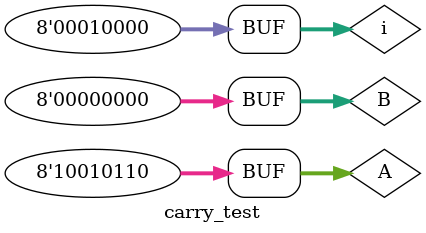
<source format=v>
`timescale 1ns / 1ps


module carry_test;

reg [7:0] A,B;
//reg Cin;
wire [7:0] S;
wire Cout;

reg[7:0] i=4'b0;

carry_select_adder carry_test(A,B,S,Cout);
initial begin
 A=7'd0;
 B=7'd0;
 
 #100;
 
 for (i=0;i<16;i=i+1) begin
   A=i*4'd10;
   B=B+16;
   
    #30;
    end
 


end


endmodule

</source>
